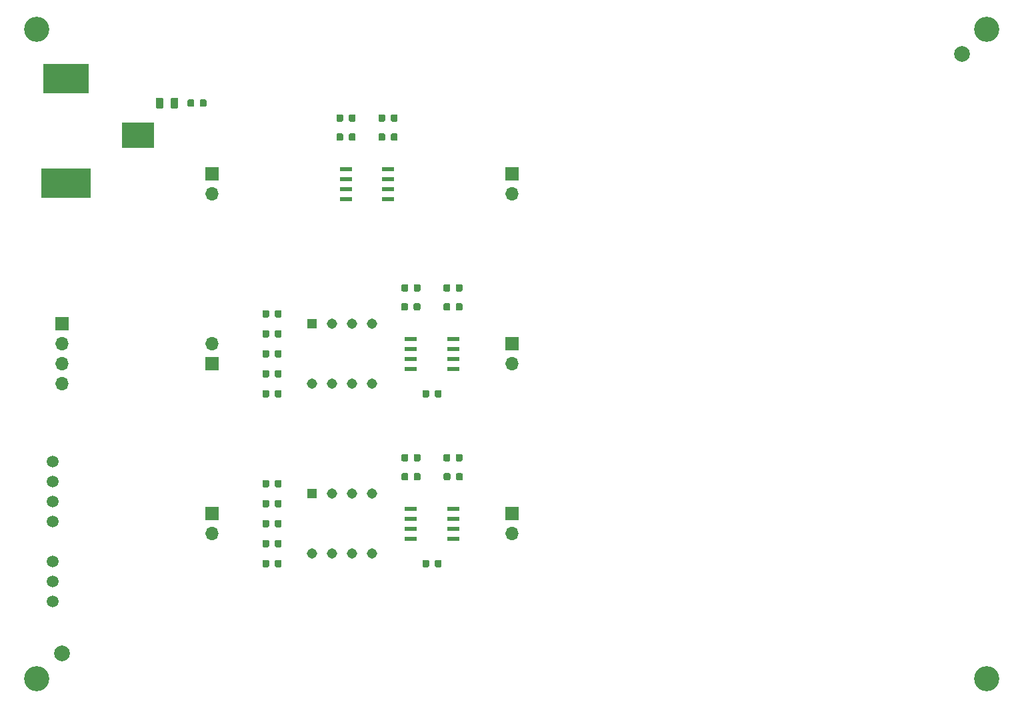
<source format=gbr>
%TF.GenerationSoftware,KiCad,Pcbnew,(5.1.7)-1*%
%TF.CreationDate,2021-04-26T16:45:44-05:00*%
%TF.ProjectId,Op_Amp_demo_PCB,4f705f41-6d70-45f6-9465-6d6f5f504342,1.0*%
%TF.SameCoordinates,Original*%
%TF.FileFunction,Soldermask,Top*%
%TF.FilePolarity,Negative*%
%FSLAX46Y46*%
G04 Gerber Fmt 4.6, Leading zero omitted, Abs format (unit mm)*
G04 Created by KiCad (PCBNEW (5.1.7)-1) date 2021-04-26 16:45:44*
%MOMM*%
%LPD*%
G01*
G04 APERTURE LIST*
%ADD10O,1.700000X1.700000*%
%ADD11R,1.700000X1.700000*%
%ADD12C,3.200000*%
%ADD13C,2.000000*%
%ADD14R,1.550000X0.600000*%
%ADD15C,1.509000*%
%ADD16C,1.308000*%
%ADD17R,1.308000X1.308000*%
%ADD18R,6.350000X3.810000*%
%ADD19R,5.760000X3.810000*%
%ADD20R,4.060000X3.300000*%
G04 APERTURE END LIST*
%TO.C,R13*%
G36*
G01*
X105125000Y-68709250D02*
X105125000Y-68196750D01*
G75*
G02*
X105343750Y-67978000I218750J0D01*
G01*
X105781250Y-67978000D01*
G75*
G02*
X106000000Y-68196750I0J-218750D01*
G01*
X106000000Y-68709250D01*
G75*
G02*
X105781250Y-68928000I-218750J0D01*
G01*
X105343750Y-68928000D01*
G75*
G02*
X105125000Y-68709250I0J218750D01*
G01*
G37*
G36*
G01*
X103550000Y-68709250D02*
X103550000Y-68196750D01*
G75*
G02*
X103768750Y-67978000I218750J0D01*
G01*
X104206250Y-67978000D01*
G75*
G02*
X104425000Y-68196750I0J-218750D01*
G01*
X104425000Y-68709250D01*
G75*
G02*
X104206250Y-68928000I-218750J0D01*
G01*
X103768750Y-68928000D01*
G75*
G02*
X103550000Y-68709250I0J218750D01*
G01*
G37*
%TD*%
D10*
%TO.C,J7*%
X87630000Y-104140000D03*
X87630000Y-101600000D03*
X87630000Y-99060000D03*
D11*
X87630000Y-96520000D03*
%TD*%
D12*
%TO.C,H4*%
X205105000Y-141605000D03*
%TD*%
%TO.C,H3*%
X84455000Y-141605000D03*
%TD*%
%TO.C,H2*%
X205105000Y-59055000D03*
%TD*%
%TO.C,H1*%
X84455000Y-59055000D03*
%TD*%
D13*
%TO.C,FID2*%
X201930000Y-62230000D03*
%TD*%
%TO.C,FID1*%
X87630000Y-138430000D03*
%TD*%
%TO.C,D1*%
G36*
G01*
X101415000Y-68909250D02*
X101415000Y-67996750D01*
G75*
G02*
X101658750Y-67753000I243750J0D01*
G01*
X102146250Y-67753000D01*
G75*
G02*
X102390000Y-67996750I0J-243750D01*
G01*
X102390000Y-68909250D01*
G75*
G02*
X102146250Y-69153000I-243750J0D01*
G01*
X101658750Y-69153000D01*
G75*
G02*
X101415000Y-68909250I0J243750D01*
G01*
G37*
G36*
G01*
X99540000Y-68909250D02*
X99540000Y-67996750D01*
G75*
G02*
X99783750Y-67753000I243750J0D01*
G01*
X100271250Y-67753000D01*
G75*
G02*
X100515000Y-67996750I0J-243750D01*
G01*
X100515000Y-68909250D01*
G75*
G02*
X100271250Y-69153000I-243750J0D01*
G01*
X99783750Y-69153000D01*
G75*
G02*
X99540000Y-68909250I0J243750D01*
G01*
G37*
%TD*%
D14*
%TO.C,U4*%
X131920000Y-120015000D03*
X131920000Y-121285000D03*
X131920000Y-122555000D03*
X131920000Y-123825000D03*
X137320000Y-123825000D03*
X137320000Y-122555000D03*
X137320000Y-121285000D03*
X137320000Y-120015000D03*
%TD*%
%TO.C,U3*%
X123665000Y-76835000D03*
X123665000Y-78105000D03*
X123665000Y-79375000D03*
X123665000Y-80645000D03*
X129065000Y-80645000D03*
X129065000Y-79375000D03*
X129065000Y-78105000D03*
X129065000Y-76835000D03*
%TD*%
%TO.C,U2*%
X131920000Y-98425000D03*
X131920000Y-99695000D03*
X131920000Y-100965000D03*
X131920000Y-102235000D03*
X137320000Y-102235000D03*
X137320000Y-100965000D03*
X137320000Y-99695000D03*
X137320000Y-98425000D03*
%TD*%
D15*
%TO.C,U1*%
X86410000Y-131800000D03*
X86410000Y-129260000D03*
X86410000Y-126720000D03*
X86410000Y-121640000D03*
X86410000Y-119100000D03*
X86410000Y-116560000D03*
X86410000Y-114020000D03*
%TD*%
D16*
%TO.C,SW2*%
X119380000Y-125730000D03*
X121920000Y-125730000D03*
X124460000Y-125730000D03*
X127000000Y-125730000D03*
D17*
X119380000Y-118110000D03*
D16*
X121920000Y-118110000D03*
X124460000Y-118110000D03*
X127000000Y-118110000D03*
%TD*%
%TO.C,SW1*%
X119380000Y-104140000D03*
X121920000Y-104140000D03*
X124460000Y-104140000D03*
X127000000Y-104140000D03*
D17*
X119380000Y-96520000D03*
D16*
X121920000Y-96520000D03*
X124460000Y-96520000D03*
X127000000Y-96520000D03*
%TD*%
%TO.C,R12*%
G36*
G01*
X134970000Y-127256250D02*
X134970000Y-126743750D01*
G75*
G02*
X135188750Y-126525000I218750J0D01*
G01*
X135626250Y-126525000D01*
G75*
G02*
X135845000Y-126743750I0J-218750D01*
G01*
X135845000Y-127256250D01*
G75*
G02*
X135626250Y-127475000I-218750J0D01*
G01*
X135188750Y-127475000D01*
G75*
G02*
X134970000Y-127256250I0J218750D01*
G01*
G37*
G36*
G01*
X133395000Y-127256250D02*
X133395000Y-126743750D01*
G75*
G02*
X133613750Y-126525000I218750J0D01*
G01*
X134051250Y-126525000D01*
G75*
G02*
X134270000Y-126743750I0J-218750D01*
G01*
X134270000Y-127256250D01*
G75*
G02*
X134051250Y-127475000I-218750J0D01*
G01*
X133613750Y-127475000D01*
G75*
G02*
X133395000Y-127256250I0J218750D01*
G01*
G37*
%TD*%
%TO.C,R11*%
G36*
G01*
X113950000Y-126743750D02*
X113950000Y-127256250D01*
G75*
G02*
X113731250Y-127475000I-218750J0D01*
G01*
X113293750Y-127475000D01*
G75*
G02*
X113075000Y-127256250I0J218750D01*
G01*
X113075000Y-126743750D01*
G75*
G02*
X113293750Y-126525000I218750J0D01*
G01*
X113731250Y-126525000D01*
G75*
G02*
X113950000Y-126743750I0J-218750D01*
G01*
G37*
G36*
G01*
X115525000Y-126743750D02*
X115525000Y-127256250D01*
G75*
G02*
X115306250Y-127475000I-218750J0D01*
G01*
X114868750Y-127475000D01*
G75*
G02*
X114650000Y-127256250I0J218750D01*
G01*
X114650000Y-126743750D01*
G75*
G02*
X114868750Y-126525000I218750J0D01*
G01*
X115306250Y-126525000D01*
G75*
G02*
X115525000Y-126743750I0J-218750D01*
G01*
G37*
%TD*%
%TO.C,R10*%
G36*
G01*
X113950000Y-124203750D02*
X113950000Y-124716250D01*
G75*
G02*
X113731250Y-124935000I-218750J0D01*
G01*
X113293750Y-124935000D01*
G75*
G02*
X113075000Y-124716250I0J218750D01*
G01*
X113075000Y-124203750D01*
G75*
G02*
X113293750Y-123985000I218750J0D01*
G01*
X113731250Y-123985000D01*
G75*
G02*
X113950000Y-124203750I0J-218750D01*
G01*
G37*
G36*
G01*
X115525000Y-124203750D02*
X115525000Y-124716250D01*
G75*
G02*
X115306250Y-124935000I-218750J0D01*
G01*
X114868750Y-124935000D01*
G75*
G02*
X114650000Y-124716250I0J218750D01*
G01*
X114650000Y-124203750D01*
G75*
G02*
X114868750Y-123985000I218750J0D01*
G01*
X115306250Y-123985000D01*
G75*
G02*
X115525000Y-124203750I0J-218750D01*
G01*
G37*
%TD*%
%TO.C,R9*%
G36*
G01*
X113950000Y-121663750D02*
X113950000Y-122176250D01*
G75*
G02*
X113731250Y-122395000I-218750J0D01*
G01*
X113293750Y-122395000D01*
G75*
G02*
X113075000Y-122176250I0J218750D01*
G01*
X113075000Y-121663750D01*
G75*
G02*
X113293750Y-121445000I218750J0D01*
G01*
X113731250Y-121445000D01*
G75*
G02*
X113950000Y-121663750I0J-218750D01*
G01*
G37*
G36*
G01*
X115525000Y-121663750D02*
X115525000Y-122176250D01*
G75*
G02*
X115306250Y-122395000I-218750J0D01*
G01*
X114868750Y-122395000D01*
G75*
G02*
X114650000Y-122176250I0J218750D01*
G01*
X114650000Y-121663750D01*
G75*
G02*
X114868750Y-121445000I218750J0D01*
G01*
X115306250Y-121445000D01*
G75*
G02*
X115525000Y-121663750I0J-218750D01*
G01*
G37*
%TD*%
%TO.C,R8*%
G36*
G01*
X113950000Y-119123750D02*
X113950000Y-119636250D01*
G75*
G02*
X113731250Y-119855000I-218750J0D01*
G01*
X113293750Y-119855000D01*
G75*
G02*
X113075000Y-119636250I0J218750D01*
G01*
X113075000Y-119123750D01*
G75*
G02*
X113293750Y-118905000I218750J0D01*
G01*
X113731250Y-118905000D01*
G75*
G02*
X113950000Y-119123750I0J-218750D01*
G01*
G37*
G36*
G01*
X115525000Y-119123750D02*
X115525000Y-119636250D01*
G75*
G02*
X115306250Y-119855000I-218750J0D01*
G01*
X114868750Y-119855000D01*
G75*
G02*
X114650000Y-119636250I0J218750D01*
G01*
X114650000Y-119123750D01*
G75*
G02*
X114868750Y-118905000I218750J0D01*
G01*
X115306250Y-118905000D01*
G75*
G02*
X115525000Y-119123750I0J-218750D01*
G01*
G37*
%TD*%
%TO.C,R7*%
G36*
G01*
X113950000Y-116583750D02*
X113950000Y-117096250D01*
G75*
G02*
X113731250Y-117315000I-218750J0D01*
G01*
X113293750Y-117315000D01*
G75*
G02*
X113075000Y-117096250I0J218750D01*
G01*
X113075000Y-116583750D01*
G75*
G02*
X113293750Y-116365000I218750J0D01*
G01*
X113731250Y-116365000D01*
G75*
G02*
X113950000Y-116583750I0J-218750D01*
G01*
G37*
G36*
G01*
X115525000Y-116583750D02*
X115525000Y-117096250D01*
G75*
G02*
X115306250Y-117315000I-218750J0D01*
G01*
X114868750Y-117315000D01*
G75*
G02*
X114650000Y-117096250I0J218750D01*
G01*
X114650000Y-116583750D01*
G75*
G02*
X114868750Y-116365000I218750J0D01*
G01*
X115306250Y-116365000D01*
G75*
G02*
X115525000Y-116583750I0J-218750D01*
G01*
G37*
%TD*%
%TO.C,R6*%
G36*
G01*
X134270000Y-105153750D02*
X134270000Y-105666250D01*
G75*
G02*
X134051250Y-105885000I-218750J0D01*
G01*
X133613750Y-105885000D01*
G75*
G02*
X133395000Y-105666250I0J218750D01*
G01*
X133395000Y-105153750D01*
G75*
G02*
X133613750Y-104935000I218750J0D01*
G01*
X134051250Y-104935000D01*
G75*
G02*
X134270000Y-105153750I0J-218750D01*
G01*
G37*
G36*
G01*
X135845000Y-105153750D02*
X135845000Y-105666250D01*
G75*
G02*
X135626250Y-105885000I-218750J0D01*
G01*
X135188750Y-105885000D01*
G75*
G02*
X134970000Y-105666250I0J218750D01*
G01*
X134970000Y-105153750D01*
G75*
G02*
X135188750Y-104935000I218750J0D01*
G01*
X135626250Y-104935000D01*
G75*
G02*
X135845000Y-105153750I0J-218750D01*
G01*
G37*
%TD*%
%TO.C,R5*%
G36*
G01*
X113950000Y-105153750D02*
X113950000Y-105666250D01*
G75*
G02*
X113731250Y-105885000I-218750J0D01*
G01*
X113293750Y-105885000D01*
G75*
G02*
X113075000Y-105666250I0J218750D01*
G01*
X113075000Y-105153750D01*
G75*
G02*
X113293750Y-104935000I218750J0D01*
G01*
X113731250Y-104935000D01*
G75*
G02*
X113950000Y-105153750I0J-218750D01*
G01*
G37*
G36*
G01*
X115525000Y-105153750D02*
X115525000Y-105666250D01*
G75*
G02*
X115306250Y-105885000I-218750J0D01*
G01*
X114868750Y-105885000D01*
G75*
G02*
X114650000Y-105666250I0J218750D01*
G01*
X114650000Y-105153750D01*
G75*
G02*
X114868750Y-104935000I218750J0D01*
G01*
X115306250Y-104935000D01*
G75*
G02*
X115525000Y-105153750I0J-218750D01*
G01*
G37*
%TD*%
%TO.C,R4*%
G36*
G01*
X113950000Y-102613750D02*
X113950000Y-103126250D01*
G75*
G02*
X113731250Y-103345000I-218750J0D01*
G01*
X113293750Y-103345000D01*
G75*
G02*
X113075000Y-103126250I0J218750D01*
G01*
X113075000Y-102613750D01*
G75*
G02*
X113293750Y-102395000I218750J0D01*
G01*
X113731250Y-102395000D01*
G75*
G02*
X113950000Y-102613750I0J-218750D01*
G01*
G37*
G36*
G01*
X115525000Y-102613750D02*
X115525000Y-103126250D01*
G75*
G02*
X115306250Y-103345000I-218750J0D01*
G01*
X114868750Y-103345000D01*
G75*
G02*
X114650000Y-103126250I0J218750D01*
G01*
X114650000Y-102613750D01*
G75*
G02*
X114868750Y-102395000I218750J0D01*
G01*
X115306250Y-102395000D01*
G75*
G02*
X115525000Y-102613750I0J-218750D01*
G01*
G37*
%TD*%
%TO.C,R3*%
G36*
G01*
X113950000Y-100073750D02*
X113950000Y-100586250D01*
G75*
G02*
X113731250Y-100805000I-218750J0D01*
G01*
X113293750Y-100805000D01*
G75*
G02*
X113075000Y-100586250I0J218750D01*
G01*
X113075000Y-100073750D01*
G75*
G02*
X113293750Y-99855000I218750J0D01*
G01*
X113731250Y-99855000D01*
G75*
G02*
X113950000Y-100073750I0J-218750D01*
G01*
G37*
G36*
G01*
X115525000Y-100073750D02*
X115525000Y-100586250D01*
G75*
G02*
X115306250Y-100805000I-218750J0D01*
G01*
X114868750Y-100805000D01*
G75*
G02*
X114650000Y-100586250I0J218750D01*
G01*
X114650000Y-100073750D01*
G75*
G02*
X114868750Y-99855000I218750J0D01*
G01*
X115306250Y-99855000D01*
G75*
G02*
X115525000Y-100073750I0J-218750D01*
G01*
G37*
%TD*%
%TO.C,R2*%
G36*
G01*
X113950000Y-97533750D02*
X113950000Y-98046250D01*
G75*
G02*
X113731250Y-98265000I-218750J0D01*
G01*
X113293750Y-98265000D01*
G75*
G02*
X113075000Y-98046250I0J218750D01*
G01*
X113075000Y-97533750D01*
G75*
G02*
X113293750Y-97315000I218750J0D01*
G01*
X113731250Y-97315000D01*
G75*
G02*
X113950000Y-97533750I0J-218750D01*
G01*
G37*
G36*
G01*
X115525000Y-97533750D02*
X115525000Y-98046250D01*
G75*
G02*
X115306250Y-98265000I-218750J0D01*
G01*
X114868750Y-98265000D01*
G75*
G02*
X114650000Y-98046250I0J218750D01*
G01*
X114650000Y-97533750D01*
G75*
G02*
X114868750Y-97315000I218750J0D01*
G01*
X115306250Y-97315000D01*
G75*
G02*
X115525000Y-97533750I0J-218750D01*
G01*
G37*
%TD*%
%TO.C,R1*%
G36*
G01*
X113950000Y-94993750D02*
X113950000Y-95506250D01*
G75*
G02*
X113731250Y-95725000I-218750J0D01*
G01*
X113293750Y-95725000D01*
G75*
G02*
X113075000Y-95506250I0J218750D01*
G01*
X113075000Y-94993750D01*
G75*
G02*
X113293750Y-94775000I218750J0D01*
G01*
X113731250Y-94775000D01*
G75*
G02*
X113950000Y-94993750I0J-218750D01*
G01*
G37*
G36*
G01*
X115525000Y-94993750D02*
X115525000Y-95506250D01*
G75*
G02*
X115306250Y-95725000I-218750J0D01*
G01*
X114868750Y-95725000D01*
G75*
G02*
X114650000Y-95506250I0J218750D01*
G01*
X114650000Y-94993750D01*
G75*
G02*
X114868750Y-94775000I218750J0D01*
G01*
X115306250Y-94775000D01*
G75*
G02*
X115525000Y-94993750I0J-218750D01*
G01*
G37*
%TD*%
D10*
%TO.C,J6*%
X144780000Y-123190000D03*
D11*
X144780000Y-120650000D03*
%TD*%
D10*
%TO.C,J5*%
X144780000Y-80010000D03*
D11*
X144780000Y-77470000D03*
%TD*%
D10*
%TO.C,J4*%
X106680000Y-123190000D03*
D11*
X106680000Y-120650000D03*
%TD*%
D10*
%TO.C,J3*%
X106680000Y-80010000D03*
D11*
X106680000Y-77470000D03*
%TD*%
D10*
%TO.C,J2*%
X144780000Y-101600000D03*
D11*
X144780000Y-99060000D03*
%TD*%
D10*
%TO.C,J1*%
X106680000Y-99060000D03*
D11*
X106680000Y-101600000D03*
%TD*%
D18*
%TO.C,CON1*%
X88138000Y-78617000D03*
D19*
X88138000Y-65327000D03*
D20*
X97278000Y-72517000D03*
%TD*%
%TO.C,C12*%
G36*
G01*
X123348000Y-72514750D02*
X123348000Y-73027250D01*
G75*
G02*
X123129250Y-73246000I-218750J0D01*
G01*
X122691750Y-73246000D01*
G75*
G02*
X122473000Y-73027250I0J218750D01*
G01*
X122473000Y-72514750D01*
G75*
G02*
X122691750Y-72296000I218750J0D01*
G01*
X123129250Y-72296000D01*
G75*
G02*
X123348000Y-72514750I0J-218750D01*
G01*
G37*
G36*
G01*
X124923000Y-72514750D02*
X124923000Y-73027250D01*
G75*
G02*
X124704250Y-73246000I-218750J0D01*
G01*
X124266750Y-73246000D01*
G75*
G02*
X124048000Y-73027250I0J218750D01*
G01*
X124048000Y-72514750D01*
G75*
G02*
X124266750Y-72296000I218750J0D01*
G01*
X124704250Y-72296000D01*
G75*
G02*
X124923000Y-72514750I0J-218750D01*
G01*
G37*
%TD*%
%TO.C,C11*%
G36*
G01*
X123348000Y-70101750D02*
X123348000Y-70614250D01*
G75*
G02*
X123129250Y-70833000I-218750J0D01*
G01*
X122691750Y-70833000D01*
G75*
G02*
X122473000Y-70614250I0J218750D01*
G01*
X122473000Y-70101750D01*
G75*
G02*
X122691750Y-69883000I218750J0D01*
G01*
X123129250Y-69883000D01*
G75*
G02*
X123348000Y-70101750I0J-218750D01*
G01*
G37*
G36*
G01*
X124923000Y-70101750D02*
X124923000Y-70614250D01*
G75*
G02*
X124704250Y-70833000I-218750J0D01*
G01*
X124266750Y-70833000D01*
G75*
G02*
X124048000Y-70614250I0J218750D01*
G01*
X124048000Y-70101750D01*
G75*
G02*
X124266750Y-69883000I218750J0D01*
G01*
X124704250Y-69883000D01*
G75*
G02*
X124923000Y-70101750I0J-218750D01*
G01*
G37*
%TD*%
%TO.C,C10*%
G36*
G01*
X128682000Y-72514750D02*
X128682000Y-73027250D01*
G75*
G02*
X128463250Y-73246000I-218750J0D01*
G01*
X128025750Y-73246000D01*
G75*
G02*
X127807000Y-73027250I0J218750D01*
G01*
X127807000Y-72514750D01*
G75*
G02*
X128025750Y-72296000I218750J0D01*
G01*
X128463250Y-72296000D01*
G75*
G02*
X128682000Y-72514750I0J-218750D01*
G01*
G37*
G36*
G01*
X130257000Y-72514750D02*
X130257000Y-73027250D01*
G75*
G02*
X130038250Y-73246000I-218750J0D01*
G01*
X129600750Y-73246000D01*
G75*
G02*
X129382000Y-73027250I0J218750D01*
G01*
X129382000Y-72514750D01*
G75*
G02*
X129600750Y-72296000I218750J0D01*
G01*
X130038250Y-72296000D01*
G75*
G02*
X130257000Y-72514750I0J-218750D01*
G01*
G37*
%TD*%
%TO.C,C9*%
G36*
G01*
X128682000Y-70101750D02*
X128682000Y-70614250D01*
G75*
G02*
X128463250Y-70833000I-218750J0D01*
G01*
X128025750Y-70833000D01*
G75*
G02*
X127807000Y-70614250I0J218750D01*
G01*
X127807000Y-70101750D01*
G75*
G02*
X128025750Y-69883000I218750J0D01*
G01*
X128463250Y-69883000D01*
G75*
G02*
X128682000Y-70101750I0J-218750D01*
G01*
G37*
G36*
G01*
X130257000Y-70101750D02*
X130257000Y-70614250D01*
G75*
G02*
X130038250Y-70833000I-218750J0D01*
G01*
X129600750Y-70833000D01*
G75*
G02*
X129382000Y-70614250I0J218750D01*
G01*
X129382000Y-70101750D01*
G75*
G02*
X129600750Y-69883000I218750J0D01*
G01*
X130038250Y-69883000D01*
G75*
G02*
X130257000Y-70101750I0J-218750D01*
G01*
G37*
%TD*%
%TO.C,C8*%
G36*
G01*
X131577500Y-94104750D02*
X131577500Y-94617250D01*
G75*
G02*
X131358750Y-94836000I-218750J0D01*
G01*
X130921250Y-94836000D01*
G75*
G02*
X130702500Y-94617250I0J218750D01*
G01*
X130702500Y-94104750D01*
G75*
G02*
X130921250Y-93886000I218750J0D01*
G01*
X131358750Y-93886000D01*
G75*
G02*
X131577500Y-94104750I0J-218750D01*
G01*
G37*
G36*
G01*
X133152500Y-94104750D02*
X133152500Y-94617250D01*
G75*
G02*
X132933750Y-94836000I-218750J0D01*
G01*
X132496250Y-94836000D01*
G75*
G02*
X132277500Y-94617250I0J218750D01*
G01*
X132277500Y-94104750D01*
G75*
G02*
X132496250Y-93886000I218750J0D01*
G01*
X132933750Y-93886000D01*
G75*
G02*
X133152500Y-94104750I0J-218750D01*
G01*
G37*
%TD*%
%TO.C,C7*%
G36*
G01*
X131603000Y-91691750D02*
X131603000Y-92204250D01*
G75*
G02*
X131384250Y-92423000I-218750J0D01*
G01*
X130946750Y-92423000D01*
G75*
G02*
X130728000Y-92204250I0J218750D01*
G01*
X130728000Y-91691750D01*
G75*
G02*
X130946750Y-91473000I218750J0D01*
G01*
X131384250Y-91473000D01*
G75*
G02*
X131603000Y-91691750I0J-218750D01*
G01*
G37*
G36*
G01*
X133178000Y-91691750D02*
X133178000Y-92204250D01*
G75*
G02*
X132959250Y-92423000I-218750J0D01*
G01*
X132521750Y-92423000D01*
G75*
G02*
X132303000Y-92204250I0J218750D01*
G01*
X132303000Y-91691750D01*
G75*
G02*
X132521750Y-91473000I218750J0D01*
G01*
X132959250Y-91473000D01*
G75*
G02*
X133178000Y-91691750I0J-218750D01*
G01*
G37*
%TD*%
%TO.C,C6*%
G36*
G01*
X136937000Y-94104750D02*
X136937000Y-94617250D01*
G75*
G02*
X136718250Y-94836000I-218750J0D01*
G01*
X136280750Y-94836000D01*
G75*
G02*
X136062000Y-94617250I0J218750D01*
G01*
X136062000Y-94104750D01*
G75*
G02*
X136280750Y-93886000I218750J0D01*
G01*
X136718250Y-93886000D01*
G75*
G02*
X136937000Y-94104750I0J-218750D01*
G01*
G37*
G36*
G01*
X138512000Y-94104750D02*
X138512000Y-94617250D01*
G75*
G02*
X138293250Y-94836000I-218750J0D01*
G01*
X137855750Y-94836000D01*
G75*
G02*
X137637000Y-94617250I0J218750D01*
G01*
X137637000Y-94104750D01*
G75*
G02*
X137855750Y-93886000I218750J0D01*
G01*
X138293250Y-93886000D01*
G75*
G02*
X138512000Y-94104750I0J-218750D01*
G01*
G37*
%TD*%
%TO.C,C5*%
G36*
G01*
X136937000Y-91691750D02*
X136937000Y-92204250D01*
G75*
G02*
X136718250Y-92423000I-218750J0D01*
G01*
X136280750Y-92423000D01*
G75*
G02*
X136062000Y-92204250I0J218750D01*
G01*
X136062000Y-91691750D01*
G75*
G02*
X136280750Y-91473000I218750J0D01*
G01*
X136718250Y-91473000D01*
G75*
G02*
X136937000Y-91691750I0J-218750D01*
G01*
G37*
G36*
G01*
X138512000Y-91691750D02*
X138512000Y-92204250D01*
G75*
G02*
X138293250Y-92423000I-218750J0D01*
G01*
X137855750Y-92423000D01*
G75*
G02*
X137637000Y-92204250I0J218750D01*
G01*
X137637000Y-91691750D01*
G75*
G02*
X137855750Y-91473000I218750J0D01*
G01*
X138293250Y-91473000D01*
G75*
G02*
X138512000Y-91691750I0J-218750D01*
G01*
G37*
%TD*%
%TO.C,C4*%
G36*
G01*
X131603000Y-115694750D02*
X131603000Y-116207250D01*
G75*
G02*
X131384250Y-116426000I-218750J0D01*
G01*
X130946750Y-116426000D01*
G75*
G02*
X130728000Y-116207250I0J218750D01*
G01*
X130728000Y-115694750D01*
G75*
G02*
X130946750Y-115476000I218750J0D01*
G01*
X131384250Y-115476000D01*
G75*
G02*
X131603000Y-115694750I0J-218750D01*
G01*
G37*
G36*
G01*
X133178000Y-115694750D02*
X133178000Y-116207250D01*
G75*
G02*
X132959250Y-116426000I-218750J0D01*
G01*
X132521750Y-116426000D01*
G75*
G02*
X132303000Y-116207250I0J218750D01*
G01*
X132303000Y-115694750D01*
G75*
G02*
X132521750Y-115476000I218750J0D01*
G01*
X132959250Y-115476000D01*
G75*
G02*
X133178000Y-115694750I0J-218750D01*
G01*
G37*
%TD*%
%TO.C,C3*%
G36*
G01*
X131603000Y-113281750D02*
X131603000Y-113794250D01*
G75*
G02*
X131384250Y-114013000I-218750J0D01*
G01*
X130946750Y-114013000D01*
G75*
G02*
X130728000Y-113794250I0J218750D01*
G01*
X130728000Y-113281750D01*
G75*
G02*
X130946750Y-113063000I218750J0D01*
G01*
X131384250Y-113063000D01*
G75*
G02*
X131603000Y-113281750I0J-218750D01*
G01*
G37*
G36*
G01*
X133178000Y-113281750D02*
X133178000Y-113794250D01*
G75*
G02*
X132959250Y-114013000I-218750J0D01*
G01*
X132521750Y-114013000D01*
G75*
G02*
X132303000Y-113794250I0J218750D01*
G01*
X132303000Y-113281750D01*
G75*
G02*
X132521750Y-113063000I218750J0D01*
G01*
X132959250Y-113063000D01*
G75*
G02*
X133178000Y-113281750I0J-218750D01*
G01*
G37*
%TD*%
%TO.C,C2*%
G36*
G01*
X136962500Y-115694750D02*
X136962500Y-116207250D01*
G75*
G02*
X136743750Y-116426000I-218750J0D01*
G01*
X136306250Y-116426000D01*
G75*
G02*
X136087500Y-116207250I0J218750D01*
G01*
X136087500Y-115694750D01*
G75*
G02*
X136306250Y-115476000I218750J0D01*
G01*
X136743750Y-115476000D01*
G75*
G02*
X136962500Y-115694750I0J-218750D01*
G01*
G37*
G36*
G01*
X138537500Y-115694750D02*
X138537500Y-116207250D01*
G75*
G02*
X138318750Y-116426000I-218750J0D01*
G01*
X137881250Y-116426000D01*
G75*
G02*
X137662500Y-116207250I0J218750D01*
G01*
X137662500Y-115694750D01*
G75*
G02*
X137881250Y-115476000I218750J0D01*
G01*
X138318750Y-115476000D01*
G75*
G02*
X138537500Y-115694750I0J-218750D01*
G01*
G37*
%TD*%
%TO.C,C1*%
G36*
G01*
X136937000Y-113281750D02*
X136937000Y-113794250D01*
G75*
G02*
X136718250Y-114013000I-218750J0D01*
G01*
X136280750Y-114013000D01*
G75*
G02*
X136062000Y-113794250I0J218750D01*
G01*
X136062000Y-113281750D01*
G75*
G02*
X136280750Y-113063000I218750J0D01*
G01*
X136718250Y-113063000D01*
G75*
G02*
X136937000Y-113281750I0J-218750D01*
G01*
G37*
G36*
G01*
X138512000Y-113281750D02*
X138512000Y-113794250D01*
G75*
G02*
X138293250Y-114013000I-218750J0D01*
G01*
X137855750Y-114013000D01*
G75*
G02*
X137637000Y-113794250I0J218750D01*
G01*
X137637000Y-113281750D01*
G75*
G02*
X137855750Y-113063000I218750J0D01*
G01*
X138293250Y-113063000D01*
G75*
G02*
X138512000Y-113281750I0J-218750D01*
G01*
G37*
%TD*%
M02*

</source>
